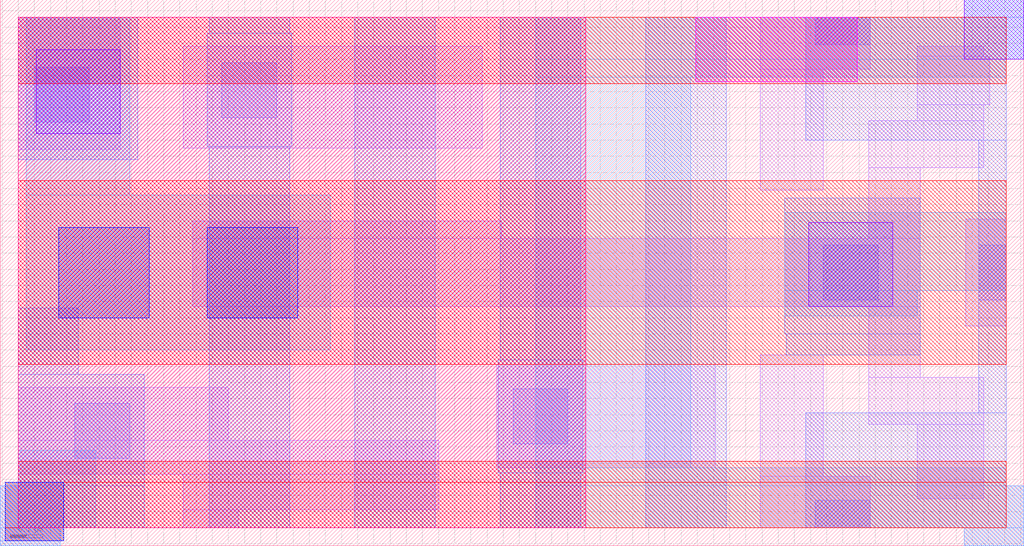
<source format=lef>
# Copyright 2020 The SkyWater PDK Authors
#
# Licensed under the Apache License, Version 2.0 (the "License");
# you may not use this file except in compliance with the License.
# You may obtain a copy of the License at
#
#     https://www.apache.org/licenses/LICENSE-2.0
#
# Unless required by applicable law or agreed to in writing, software
# distributed under the License is distributed on an "AS IS" BASIS,
# WITHOUT WARRANTIES OR CONDITIONS OF ANY KIND, either express or implied.
# See the License for the specific language governing permissions and
# limitations under the License.
#
# SPDX-License-Identifier: Apache-2.0

VERSION 5.7 ;
  NOWIREEXTENSIONATPIN ON ;
  DIVIDERCHAR "/" ;
  BUSBITCHARS "[]" ;
MACRO sky130_fd_bd_sram__sram_dp_swldrv_opt2bi
  CLASS BLOCK ;
  FOREIGN sky130_fd_bd_sram__sram_dp_swldrv_opt2bi ;
  ORIGIN  0.055000  0.055000 ;
  SIZE  3.165000 BY  1.690000 ;
  OBS
    LAYER li1 ;
      RECT 0.000000 0.165000 1.300000 0.270000 ;
      RECT 0.000000 0.270000 0.650000 0.435000 ;
      RECT 0.000000 1.170000 0.315000 1.580000 ;
      RECT 0.510000 0.000000 0.680000 0.055000 ;
      RECT 0.510000 0.055000 1.300000 0.165000 ;
      RECT 0.510000 1.175000 1.435000 1.490000 ;
      RECT 0.540000 0.685000 2.790000 0.895000 ;
      RECT 0.540000 0.895000 1.495000 0.950000 ;
      RECT 1.480000 0.185000 2.155000 0.505000 ;
      RECT 2.295000 0.000000 2.635000 0.160000 ;
      RECT 2.295000 0.160000 2.490000 0.535000 ;
      RECT 2.295000 1.045000 2.490000 1.420000 ;
      RECT 2.295000 1.420000 2.635000 1.580000 ;
      RECT 2.630000 0.320000 2.985000 0.465000 ;
      RECT 2.630000 0.465000 2.790000 0.685000 ;
      RECT 2.630000 0.895000 2.790000 1.115000 ;
      RECT 2.630000 1.115000 2.985000 1.260000 ;
      RECT 2.780000 0.090000 2.985000 0.320000 ;
      RECT 2.780000 1.260000 2.985000 1.310000 ;
      RECT 2.780000 1.310000 3.005000 1.460000 ;
      RECT 2.780000 1.460000 2.985000 1.490000 ;
      RECT 2.930000 0.625000 3.055000 0.955000 ;
    LAYER mcon ;
      RECT 0.050000 1.255000 0.220000 1.425000 ;
      RECT 0.175000 0.215000 0.345000 0.385000 ;
      RECT 0.630000 1.270000 0.800000 1.440000 ;
      RECT 1.530000 0.260000 1.700000 0.430000 ;
      RECT 2.465000 0.000000 2.635000 0.085000 ;
      RECT 2.465000 1.495000 2.635000 1.580000 ;
      RECT 2.490000 0.705000 2.660000 0.875000 ;
      RECT 2.970000 0.705000 3.055000 0.875000 ;
    LAYER met1 ;
      RECT -0.055000 -0.055000 0.130000 0.000000 ;
      RECT -0.055000  0.000000 0.390000 0.130000 ;
      RECT  0.000000  0.130000 0.390000 0.475000 ;
      RECT  0.000000  0.475000 0.185000 0.680000 ;
      RECT  0.000000  1.140000 0.370000 1.580000 ;
      RECT  0.585000  1.180000 0.845000 1.530000 ;
      RECT  0.590000  0.000000 0.840000 1.180000 ;
      RECT  0.590000  1.530000 0.840000 1.580000 ;
      RECT  1.040000  0.000000 1.290000 1.580000 ;
      RECT  1.485000  0.170000 1.745000 0.520000 ;
      RECT  1.490000  0.000000 1.740000 0.170000 ;
      RECT  1.490000  0.520000 1.740000 1.580000 ;
      RECT  1.940000  0.000000 2.190000 1.580000 ;
      RECT  2.370000  0.600000 2.790000 1.020000 ;
      RECT  2.375000  0.535000 2.790000 0.600000 ;
      RECT  2.435000  0.000000 3.110000 0.130000 ;
      RECT  2.435000  0.130000 3.055000 0.355000 ;
      RECT  2.435000  1.200000 3.055000 1.450000 ;
      RECT  2.435000  1.450000 3.110000 1.580000 ;
      RECT  2.925000 -0.055000 3.110000 0.000000 ;
      RECT  2.925000  1.580000 3.110000 1.635000 ;
      RECT  2.970000  0.355000 3.055000 1.200000 ;
    LAYER met2 ;
      RECT -0.055000 -0.055000 0.130000 -0.040000 ;
      RECT -0.055000 -0.040000 0.140000  0.000000 ;
      RECT -0.055000  0.000000 0.240000  0.130000 ;
      RECT -0.040000  0.130000 0.240000  0.140000 ;
      RECT  0.000000  0.140000 0.240000  0.240000 ;
      RECT  0.025000  0.550000 0.965000  1.030000 ;
      RECT  0.025000  1.030000 0.345000  1.580000 ;
      RECT  1.600000  0.000000 3.110000  0.130000 ;
      RECT  1.600000  0.130000 3.055000  0.185000 ;
      RECT  1.600000  0.185000 2.080000  1.395000 ;
      RECT  1.600000  1.395000 3.055000  1.450000 ;
      RECT  1.600000  1.450000 3.110000  1.580000 ;
      RECT  2.370000  0.655000 2.780000  0.735000 ;
      RECT  2.370000  0.735000 3.055000  0.975000 ;
      RECT  2.925000 -0.055000 3.110000  0.000000 ;
      RECT  2.925000  1.580000 3.110000  1.635000 ;
    LAYER met3 ;
      RECT -0.040000 -0.040000 0.140000 0.000000 ;
      RECT -0.040000  0.000000 3.055000 0.140000 ;
      RECT  0.000000  0.140000 3.055000 0.205000 ;
      RECT  0.000000  0.505000 3.055000 1.075000 ;
      RECT  0.000000  1.375000 3.055000 1.580000 ;
    LAYER nwell ;
      RECT 0.000000 0.000000 1.755000 1.580000 ;
    LAYER pwell ;
      RECT 2.095000 1.380000 2.595000 1.580000 ;
    LAYER via ;
      RECT 0.055000 1.220000 0.315000 1.480000 ;
      RECT 2.445000 0.685000 2.705000 0.945000 ;
      RECT 2.925000 1.450000 3.110000 1.635000 ;
    LAYER via2 ;
      RECT -0.040000 -0.040000 0.140000 0.140000 ;
      RECT  0.125000  0.650000 0.405000 0.930000 ;
      RECT  0.585000  0.650000 0.865000 0.930000 ;
  END
END sky130_fd_bd_sram__sram_dp_swldrv_opt2bi
END LIBRARY

</source>
